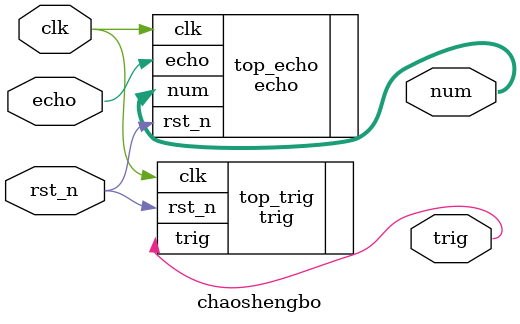
<source format=v>
`timescale 1ns / 1ps

module chaoshengbo(
    input clk,
    input rst_n,
    input echo,
    output trig,
    output [31:0]num
    );

trig top_trig(
    .clk        (clk  ),
    .rst_n      (rst_n),
    .trig       (trig )
);

echo top_echo(
    .clk        (clk  ),
    .rst_n      (rst_n),
    .echo       (echo ),
    .num        (num  )
);
   
endmodule

</source>
